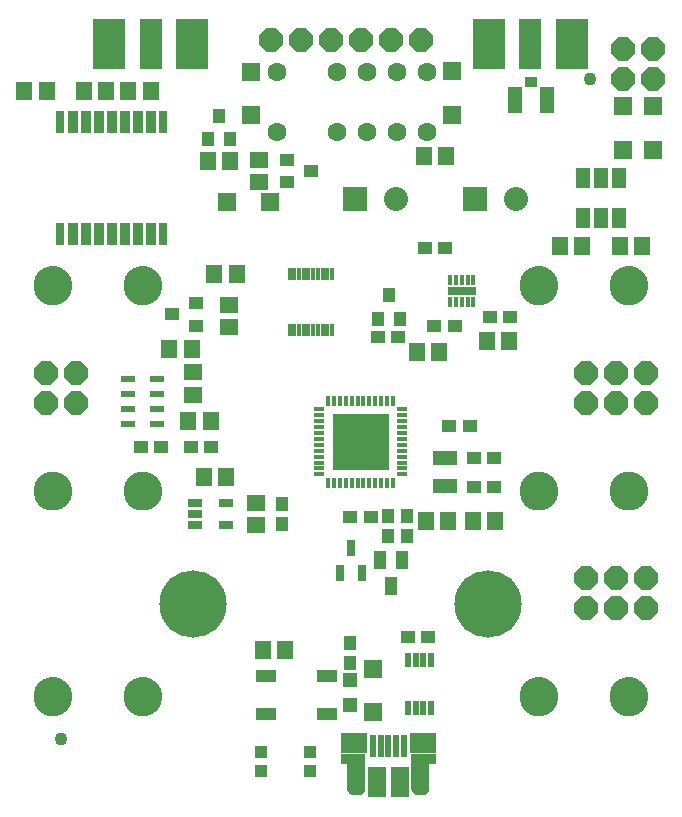
<source format=gbr>
G04 EAGLE Gerber X2 export*
%TF.Part,Single*%
%TF.FileFunction,Soldermask,Top,1*%
%TF.FilePolarity,Negative*%
%TF.GenerationSoftware,Autodesk,EAGLE,9.2.2*%
%TF.CreationDate,2019-01-17T14:04:39Z*%
G75*
%MOMM*%
%FSLAX34Y34*%
%LPD*%
%INSoldermask Top*%
%AMOC8*
5,1,8,0,0,1.08239X$1,22.5*%
G01*
%ADD10R,1.341600X1.601600*%
%ADD11R,1.101600X1.201600*%
%ADD12R,1.601600X1.341600*%
%ADD13R,1.201600X1.101600*%
%ADD14R,1.301600X0.651600*%
%ADD15R,1.501600X1.501600*%
%ADD16R,0.851600X0.351600*%
%ADD17R,0.351600X0.851600*%
%ADD18R,4.801600X4.801600*%
%ADD19R,2.001600X1.201600*%
%ADD20R,1.301600X1.101600*%
%ADD21R,1.301600X0.601600*%
%ADD22R,0.331600X1.031600*%
%ADD23P,2.199416X8X112.500000*%
%ADD24P,2.199416X8X292.500000*%
%ADD25C,5.689600*%
%ADD26C,2.032000*%
%ADD27R,2.032000X2.032000*%
%ADD28R,0.355600X0.812800*%
%ADD29R,2.489200X0.736600*%
%ADD30R,1.001600X1.101600*%
%ADD31R,2.197100X1.663700*%
%ADD32R,1.526541X2.601594*%
%ADD33R,0.501600X1.851600*%
%ADD34C,1.101600*%
%ADD35R,1.270000X1.701800*%
%ADD36R,0.660400X1.371600*%
%ADD37C,2.413000*%
%ADD38R,1.151600X2.301600*%
%ADD39R,1.101600X0.901600*%
%ADD40R,0.901600X1.901600*%
%ADD41R,0.801600X1.901600*%
%ADD42R,1.879600X4.292600*%
%ADD43R,2.768600X4.292600*%
%ADD44R,1.752600X1.101600*%
%ADD45R,0.501600X1.301600*%
%ADD46R,1.301600X1.301600*%
%ADD47C,1.601600*%
%ADD48R,1.101600X1.301600*%
%ADD49P,2.199416X8X22.500000*%
%ADD50R,1.101600X1.501600*%

G36*
X303679Y3816D02*
X303679Y3816D01*
X303710Y3814D01*
X304780Y3964D01*
X304812Y3976D01*
X304863Y3985D01*
X305873Y4369D01*
X305902Y4388D01*
X305949Y4408D01*
X306849Y5007D01*
X306873Y5032D01*
X306914Y5061D01*
X307658Y5846D01*
X307665Y5857D01*
X307670Y5862D01*
X307677Y5878D01*
X307710Y5914D01*
X308260Y6844D01*
X308271Y6877D01*
X308295Y6921D01*
X308625Y7951D01*
X308628Y7985D01*
X308642Y8034D01*
X308735Y9111D01*
X308733Y9126D01*
X308736Y9144D01*
X308736Y38100D01*
X308725Y38150D01*
X308723Y38201D01*
X308705Y38233D01*
X308697Y38269D01*
X308664Y38308D01*
X308640Y38353D01*
X308610Y38374D01*
X308587Y38402D01*
X308540Y38423D01*
X308498Y38453D01*
X308456Y38461D01*
X308428Y38473D01*
X308398Y38472D01*
X308356Y38480D01*
X288671Y38480D01*
X288621Y38469D01*
X288570Y38467D01*
X288538Y38449D01*
X288502Y38441D01*
X288463Y38408D01*
X288418Y38384D01*
X288397Y38354D01*
X288369Y38331D01*
X288348Y38284D01*
X288318Y38242D01*
X288310Y38200D01*
X288298Y38172D01*
X288299Y38142D01*
X288291Y38100D01*
X288291Y29845D01*
X288302Y29795D01*
X288304Y29744D01*
X288322Y29712D01*
X288330Y29676D01*
X288363Y29637D01*
X288387Y29592D01*
X288417Y29571D01*
X288440Y29543D01*
X288487Y29522D01*
X288529Y29492D01*
X288571Y29484D01*
X288599Y29472D01*
X288629Y29473D01*
X288671Y29465D01*
X293625Y29465D01*
X293625Y9144D01*
X293628Y9132D01*
X293626Y9117D01*
X293703Y8052D01*
X293713Y8019D01*
X293718Y7968D01*
X294030Y6948D01*
X294048Y6918D01*
X294064Y6869D01*
X294595Y5944D01*
X294619Y5919D01*
X294646Y5875D01*
X295370Y5091D01*
X295398Y5072D01*
X295434Y5035D01*
X296315Y4432D01*
X296347Y4419D01*
X296390Y4392D01*
X297382Y3999D01*
X297416Y3994D01*
X297464Y3977D01*
X298519Y3815D01*
X298544Y3817D01*
X298577Y3811D01*
X303657Y3811D01*
X303679Y3816D01*
G37*
G36*
X358037Y3816D02*
X358037Y3816D01*
X358071Y3815D01*
X359126Y3977D01*
X359158Y3990D01*
X359208Y3999D01*
X360200Y4392D01*
X360229Y4411D01*
X360276Y4432D01*
X361156Y5035D01*
X361179Y5061D01*
X361220Y5091D01*
X361944Y5875D01*
X361961Y5905D01*
X361995Y5944D01*
X362526Y6869D01*
X362536Y6902D01*
X362560Y6948D01*
X362872Y7968D01*
X362874Y8003D01*
X362887Y8052D01*
X362964Y9117D01*
X362962Y9129D01*
X362965Y9144D01*
X362965Y29465D01*
X367919Y29465D01*
X367969Y29476D01*
X368020Y29478D01*
X368052Y29496D01*
X368088Y29504D01*
X368127Y29537D01*
X368172Y29561D01*
X368193Y29591D01*
X368221Y29614D01*
X368242Y29661D01*
X368272Y29703D01*
X368280Y29745D01*
X368292Y29773D01*
X368291Y29803D01*
X368299Y29845D01*
X368299Y38100D01*
X368288Y38150D01*
X368286Y38201D01*
X368268Y38233D01*
X368260Y38269D01*
X368227Y38308D01*
X368203Y38353D01*
X368173Y38374D01*
X368150Y38402D01*
X368103Y38423D01*
X368061Y38453D01*
X368019Y38461D01*
X367991Y38473D01*
X367961Y38472D01*
X367919Y38480D01*
X348234Y38480D01*
X348184Y38469D01*
X348133Y38467D01*
X348101Y38449D01*
X348065Y38441D01*
X348026Y38408D01*
X347981Y38384D01*
X347960Y38354D01*
X347932Y38331D01*
X347911Y38284D01*
X347881Y38242D01*
X347873Y38200D01*
X347861Y38172D01*
X347862Y38142D01*
X347854Y38100D01*
X347854Y9144D01*
X347857Y9130D01*
X347855Y9111D01*
X347948Y8034D01*
X347959Y8002D01*
X347965Y7951D01*
X348295Y6921D01*
X348312Y6892D01*
X348330Y6844D01*
X348881Y5914D01*
X348904Y5889D01*
X348932Y5846D01*
X349676Y5061D01*
X349705Y5042D01*
X349741Y5007D01*
X350641Y4408D01*
X350673Y4395D01*
X350717Y4369D01*
X351727Y3985D01*
X351762Y3980D01*
X351810Y3964D01*
X352881Y3814D01*
X352903Y3817D01*
X352933Y3811D01*
X358013Y3811D01*
X358037Y3816D01*
G37*
D10*
X172110Y273050D03*
X191110Y273050D03*
D11*
X238125Y250118D03*
X238125Y233118D03*
D12*
X215900Y251118D03*
X215900Y232118D03*
D13*
X380120Y315913D03*
X397120Y315913D03*
D14*
X164799Y251118D03*
X164799Y241618D03*
X164799Y232118D03*
X190801Y232118D03*
X190801Y251118D03*
D15*
X228368Y505778D03*
X191368Y505778D03*
D16*
X339550Y275078D03*
X339550Y280078D03*
X339550Y285078D03*
X339550Y290078D03*
X339550Y295078D03*
X339550Y300078D03*
X339550Y305078D03*
X339550Y310078D03*
X339550Y315078D03*
X339550Y320078D03*
X339550Y325078D03*
D17*
X332300Y337328D03*
X327300Y337328D03*
X322300Y337328D03*
X317300Y337328D03*
X312300Y337328D03*
X307300Y337328D03*
X302300Y337328D03*
X297300Y337328D03*
X292300Y337328D03*
X287300Y337328D03*
X282300Y337328D03*
D16*
X270050Y330078D03*
X270050Y325078D03*
X270050Y320078D03*
X270050Y315078D03*
X270050Y310078D03*
X270050Y305078D03*
X270050Y300078D03*
X270050Y295078D03*
X270050Y290078D03*
X270050Y285078D03*
X270050Y280078D03*
D17*
X277300Y267828D03*
X282300Y267828D03*
X287300Y267828D03*
X292300Y267828D03*
X297300Y267828D03*
X302300Y267828D03*
X307300Y267828D03*
X312300Y267828D03*
X317300Y267828D03*
X322300Y267828D03*
X327300Y267828D03*
D18*
X304800Y302578D03*
D16*
X339550Y330078D03*
D17*
X277300Y337328D03*
D16*
X270050Y275078D03*
D17*
X332300Y267828D03*
D13*
X313300Y239078D03*
X296300Y239078D03*
X401075Y264478D03*
X418075Y264478D03*
X401075Y289243D03*
X418075Y289243D03*
D19*
X376555Y265178D03*
X376555Y289178D03*
D10*
X371450Y378778D03*
X352450Y378778D03*
X142900Y381318D03*
X161900Y381318D03*
X181000Y444818D03*
X200000Y444818D03*
D20*
X145575Y410528D03*
X165575Y420028D03*
X165575Y401028D03*
D12*
X193675Y418758D03*
X193675Y399758D03*
D21*
X132333Y318118D03*
X132333Y330618D03*
X132333Y343118D03*
X132333Y355618D03*
X108333Y318118D03*
X108333Y330618D03*
X108333Y343118D03*
X108333Y355618D03*
D22*
X280712Y444368D03*
X280712Y397668D03*
X276712Y444368D03*
X276712Y397668D03*
X272712Y444368D03*
X272712Y397668D03*
X268712Y444368D03*
X268712Y397668D03*
X264712Y444368D03*
X264712Y397668D03*
X260712Y444368D03*
X260712Y397668D03*
X256712Y444368D03*
X256712Y397668D03*
X252712Y444368D03*
X252712Y397668D03*
X248712Y444368D03*
X248712Y397668D03*
X244712Y444368D03*
X244712Y397668D03*
D23*
X63500Y360680D03*
X38100Y360680D03*
D24*
X38100Y335280D03*
X63500Y335280D03*
D12*
X162560Y361608D03*
X162560Y342608D03*
D23*
X495300Y187008D03*
X520700Y187008D03*
D25*
X162712Y165011D03*
X412699Y165011D03*
D26*
X335001Y508318D03*
D27*
X299999Y508318D03*
D26*
X436601Y508318D03*
D27*
X401599Y508318D03*
D24*
X546100Y360998D03*
X520700Y360998D03*
D23*
X495300Y335598D03*
D24*
X495300Y360998D03*
D23*
X520700Y335598D03*
X546100Y335598D03*
D28*
X380619Y420815D03*
X385445Y420815D03*
X390525Y420815D03*
X395605Y420815D03*
X400431Y420815D03*
X400431Y439611D03*
X395605Y439611D03*
X390525Y439611D03*
X385445Y439611D03*
X380619Y439611D03*
D29*
X390525Y430213D03*
D13*
X367420Y401003D03*
X384420Y401003D03*
D10*
X473735Y468630D03*
X492735Y468630D03*
D13*
X359165Y467043D03*
X376165Y467043D03*
D10*
X411823Y387985D03*
X430823Y387985D03*
X358483Y544513D03*
X377483Y544513D03*
D30*
X220800Y23750D03*
X220800Y39750D03*
X261800Y39750D03*
X261800Y23750D03*
D31*
X299276Y47308D03*
X357315Y47308D03*
D32*
X318670Y14500D03*
X337920Y14500D03*
D33*
X328295Y45250D03*
X321795Y45250D03*
X341295Y45250D03*
X334795Y45250D03*
X315295Y45250D03*
D34*
X50800Y50800D03*
X499364Y609600D03*
D13*
X136135Y298450D03*
X119135Y298450D03*
X161045Y298450D03*
X178045Y298450D03*
D35*
X523875Y526098D03*
X508635Y526098D03*
X493395Y526098D03*
D36*
X287465Y191834D03*
X306261Y191834D03*
X296863Y212662D03*
D37*
X39799Y435293D02*
X39801Y435419D01*
X39807Y435545D01*
X39817Y435671D01*
X39831Y435796D01*
X39848Y435921D01*
X39870Y436046D01*
X39896Y436169D01*
X39925Y436292D01*
X39958Y436413D01*
X39996Y436534D01*
X40036Y436653D01*
X40081Y436771D01*
X40129Y436888D01*
X40181Y437003D01*
X40237Y437116D01*
X40296Y437228D01*
X40358Y437337D01*
X40424Y437445D01*
X40493Y437550D01*
X40566Y437654D01*
X40642Y437754D01*
X40721Y437853D01*
X40803Y437949D01*
X40887Y438042D01*
X40975Y438133D01*
X41066Y438221D01*
X41159Y438305D01*
X41255Y438387D01*
X41354Y438466D01*
X41454Y438542D01*
X41558Y438615D01*
X41663Y438684D01*
X41771Y438750D01*
X41880Y438812D01*
X41992Y438871D01*
X42105Y438927D01*
X42220Y438979D01*
X42337Y439027D01*
X42455Y439072D01*
X42574Y439112D01*
X42695Y439150D01*
X42816Y439183D01*
X42939Y439212D01*
X43062Y439238D01*
X43187Y439260D01*
X43312Y439277D01*
X43437Y439291D01*
X43563Y439301D01*
X43689Y439307D01*
X43815Y439309D01*
X43941Y439307D01*
X44067Y439301D01*
X44193Y439291D01*
X44318Y439277D01*
X44443Y439260D01*
X44568Y439238D01*
X44691Y439212D01*
X44814Y439183D01*
X44935Y439150D01*
X45056Y439112D01*
X45175Y439072D01*
X45293Y439027D01*
X45410Y438979D01*
X45525Y438927D01*
X45638Y438871D01*
X45750Y438812D01*
X45859Y438750D01*
X45967Y438684D01*
X46072Y438615D01*
X46176Y438542D01*
X46276Y438466D01*
X46375Y438387D01*
X46471Y438305D01*
X46564Y438221D01*
X46655Y438133D01*
X46743Y438042D01*
X46827Y437949D01*
X46909Y437853D01*
X46988Y437754D01*
X47064Y437654D01*
X47137Y437550D01*
X47206Y437445D01*
X47272Y437337D01*
X47334Y437228D01*
X47393Y437116D01*
X47449Y437003D01*
X47501Y436888D01*
X47549Y436771D01*
X47594Y436653D01*
X47634Y436534D01*
X47672Y436413D01*
X47705Y436292D01*
X47734Y436169D01*
X47760Y436046D01*
X47782Y435921D01*
X47799Y435796D01*
X47813Y435671D01*
X47823Y435545D01*
X47829Y435419D01*
X47831Y435293D01*
X47829Y435167D01*
X47823Y435041D01*
X47813Y434915D01*
X47799Y434790D01*
X47782Y434665D01*
X47760Y434540D01*
X47734Y434417D01*
X47705Y434294D01*
X47672Y434173D01*
X47634Y434052D01*
X47594Y433933D01*
X47549Y433815D01*
X47501Y433698D01*
X47449Y433583D01*
X47393Y433470D01*
X47334Y433358D01*
X47272Y433249D01*
X47206Y433141D01*
X47137Y433036D01*
X47064Y432932D01*
X46988Y432832D01*
X46909Y432733D01*
X46827Y432637D01*
X46743Y432544D01*
X46655Y432453D01*
X46564Y432365D01*
X46471Y432281D01*
X46375Y432199D01*
X46276Y432120D01*
X46176Y432044D01*
X46072Y431971D01*
X45967Y431902D01*
X45859Y431836D01*
X45750Y431774D01*
X45638Y431715D01*
X45525Y431659D01*
X45410Y431607D01*
X45293Y431559D01*
X45175Y431514D01*
X45056Y431474D01*
X44935Y431436D01*
X44814Y431403D01*
X44691Y431374D01*
X44568Y431348D01*
X44443Y431326D01*
X44318Y431309D01*
X44193Y431295D01*
X44067Y431285D01*
X43941Y431279D01*
X43815Y431277D01*
X43689Y431279D01*
X43563Y431285D01*
X43437Y431295D01*
X43312Y431309D01*
X43187Y431326D01*
X43062Y431348D01*
X42939Y431374D01*
X42816Y431403D01*
X42695Y431436D01*
X42574Y431474D01*
X42455Y431514D01*
X42337Y431559D01*
X42220Y431607D01*
X42105Y431659D01*
X41992Y431715D01*
X41880Y431774D01*
X41771Y431836D01*
X41663Y431902D01*
X41558Y431971D01*
X41454Y432044D01*
X41354Y432120D01*
X41255Y432199D01*
X41159Y432281D01*
X41066Y432365D01*
X40975Y432453D01*
X40887Y432544D01*
X40803Y432637D01*
X40721Y432733D01*
X40642Y432832D01*
X40566Y432932D01*
X40493Y433036D01*
X40424Y433141D01*
X40358Y433249D01*
X40296Y433358D01*
X40237Y433470D01*
X40181Y433583D01*
X40129Y433698D01*
X40081Y433815D01*
X40036Y433933D01*
X39996Y434052D01*
X39958Y434173D01*
X39925Y434294D01*
X39896Y434417D01*
X39870Y434540D01*
X39848Y434665D01*
X39831Y434790D01*
X39817Y434915D01*
X39807Y435041D01*
X39801Y435167D01*
X39799Y435293D01*
X115999Y435293D02*
X116001Y435419D01*
X116007Y435545D01*
X116017Y435671D01*
X116031Y435796D01*
X116048Y435921D01*
X116070Y436046D01*
X116096Y436169D01*
X116125Y436292D01*
X116158Y436413D01*
X116196Y436534D01*
X116236Y436653D01*
X116281Y436771D01*
X116329Y436888D01*
X116381Y437003D01*
X116437Y437116D01*
X116496Y437228D01*
X116558Y437337D01*
X116624Y437445D01*
X116693Y437550D01*
X116766Y437654D01*
X116842Y437754D01*
X116921Y437853D01*
X117003Y437949D01*
X117087Y438042D01*
X117175Y438133D01*
X117266Y438221D01*
X117359Y438305D01*
X117455Y438387D01*
X117554Y438466D01*
X117654Y438542D01*
X117758Y438615D01*
X117863Y438684D01*
X117971Y438750D01*
X118080Y438812D01*
X118192Y438871D01*
X118305Y438927D01*
X118420Y438979D01*
X118537Y439027D01*
X118655Y439072D01*
X118774Y439112D01*
X118895Y439150D01*
X119016Y439183D01*
X119139Y439212D01*
X119262Y439238D01*
X119387Y439260D01*
X119512Y439277D01*
X119637Y439291D01*
X119763Y439301D01*
X119889Y439307D01*
X120015Y439309D01*
X120141Y439307D01*
X120267Y439301D01*
X120393Y439291D01*
X120518Y439277D01*
X120643Y439260D01*
X120768Y439238D01*
X120891Y439212D01*
X121014Y439183D01*
X121135Y439150D01*
X121256Y439112D01*
X121375Y439072D01*
X121493Y439027D01*
X121610Y438979D01*
X121725Y438927D01*
X121838Y438871D01*
X121950Y438812D01*
X122059Y438750D01*
X122167Y438684D01*
X122272Y438615D01*
X122376Y438542D01*
X122476Y438466D01*
X122575Y438387D01*
X122671Y438305D01*
X122764Y438221D01*
X122855Y438133D01*
X122943Y438042D01*
X123027Y437949D01*
X123109Y437853D01*
X123188Y437754D01*
X123264Y437654D01*
X123337Y437550D01*
X123406Y437445D01*
X123472Y437337D01*
X123534Y437228D01*
X123593Y437116D01*
X123649Y437003D01*
X123701Y436888D01*
X123749Y436771D01*
X123794Y436653D01*
X123834Y436534D01*
X123872Y436413D01*
X123905Y436292D01*
X123934Y436169D01*
X123960Y436046D01*
X123982Y435921D01*
X123999Y435796D01*
X124013Y435671D01*
X124023Y435545D01*
X124029Y435419D01*
X124031Y435293D01*
X124029Y435167D01*
X124023Y435041D01*
X124013Y434915D01*
X123999Y434790D01*
X123982Y434665D01*
X123960Y434540D01*
X123934Y434417D01*
X123905Y434294D01*
X123872Y434173D01*
X123834Y434052D01*
X123794Y433933D01*
X123749Y433815D01*
X123701Y433698D01*
X123649Y433583D01*
X123593Y433470D01*
X123534Y433358D01*
X123472Y433249D01*
X123406Y433141D01*
X123337Y433036D01*
X123264Y432932D01*
X123188Y432832D01*
X123109Y432733D01*
X123027Y432637D01*
X122943Y432544D01*
X122855Y432453D01*
X122764Y432365D01*
X122671Y432281D01*
X122575Y432199D01*
X122476Y432120D01*
X122376Y432044D01*
X122272Y431971D01*
X122167Y431902D01*
X122059Y431836D01*
X121950Y431774D01*
X121838Y431715D01*
X121725Y431659D01*
X121610Y431607D01*
X121493Y431559D01*
X121375Y431514D01*
X121256Y431474D01*
X121135Y431436D01*
X121014Y431403D01*
X120891Y431374D01*
X120768Y431348D01*
X120643Y431326D01*
X120518Y431309D01*
X120393Y431295D01*
X120267Y431285D01*
X120141Y431279D01*
X120015Y431277D01*
X119889Y431279D01*
X119763Y431285D01*
X119637Y431295D01*
X119512Y431309D01*
X119387Y431326D01*
X119262Y431348D01*
X119139Y431374D01*
X119016Y431403D01*
X118895Y431436D01*
X118774Y431474D01*
X118655Y431514D01*
X118537Y431559D01*
X118420Y431607D01*
X118305Y431659D01*
X118192Y431715D01*
X118080Y431774D01*
X117971Y431836D01*
X117863Y431902D01*
X117758Y431971D01*
X117654Y432044D01*
X117554Y432120D01*
X117455Y432199D01*
X117359Y432281D01*
X117266Y432365D01*
X117175Y432453D01*
X117087Y432544D01*
X117003Y432637D01*
X116921Y432733D01*
X116842Y432832D01*
X116766Y432932D01*
X116693Y433036D01*
X116624Y433141D01*
X116558Y433249D01*
X116496Y433358D01*
X116437Y433470D01*
X116381Y433583D01*
X116329Y433698D01*
X116281Y433815D01*
X116236Y433933D01*
X116196Y434052D01*
X116158Y434173D01*
X116125Y434294D01*
X116096Y434417D01*
X116070Y434540D01*
X116048Y434665D01*
X116031Y434790D01*
X116017Y434915D01*
X116007Y435041D01*
X116001Y435167D01*
X115999Y435293D01*
X451279Y435293D02*
X451281Y435419D01*
X451287Y435545D01*
X451297Y435671D01*
X451311Y435796D01*
X451328Y435921D01*
X451350Y436046D01*
X451376Y436169D01*
X451405Y436292D01*
X451438Y436413D01*
X451476Y436534D01*
X451516Y436653D01*
X451561Y436771D01*
X451609Y436888D01*
X451661Y437003D01*
X451717Y437116D01*
X451776Y437228D01*
X451838Y437337D01*
X451904Y437445D01*
X451973Y437550D01*
X452046Y437654D01*
X452122Y437754D01*
X452201Y437853D01*
X452283Y437949D01*
X452367Y438042D01*
X452455Y438133D01*
X452546Y438221D01*
X452639Y438305D01*
X452735Y438387D01*
X452834Y438466D01*
X452934Y438542D01*
X453038Y438615D01*
X453143Y438684D01*
X453251Y438750D01*
X453360Y438812D01*
X453472Y438871D01*
X453585Y438927D01*
X453700Y438979D01*
X453817Y439027D01*
X453935Y439072D01*
X454054Y439112D01*
X454175Y439150D01*
X454296Y439183D01*
X454419Y439212D01*
X454542Y439238D01*
X454667Y439260D01*
X454792Y439277D01*
X454917Y439291D01*
X455043Y439301D01*
X455169Y439307D01*
X455295Y439309D01*
X455421Y439307D01*
X455547Y439301D01*
X455673Y439291D01*
X455798Y439277D01*
X455923Y439260D01*
X456048Y439238D01*
X456171Y439212D01*
X456294Y439183D01*
X456415Y439150D01*
X456536Y439112D01*
X456655Y439072D01*
X456773Y439027D01*
X456890Y438979D01*
X457005Y438927D01*
X457118Y438871D01*
X457230Y438812D01*
X457339Y438750D01*
X457447Y438684D01*
X457552Y438615D01*
X457656Y438542D01*
X457756Y438466D01*
X457855Y438387D01*
X457951Y438305D01*
X458044Y438221D01*
X458135Y438133D01*
X458223Y438042D01*
X458307Y437949D01*
X458389Y437853D01*
X458468Y437754D01*
X458544Y437654D01*
X458617Y437550D01*
X458686Y437445D01*
X458752Y437337D01*
X458814Y437228D01*
X458873Y437116D01*
X458929Y437003D01*
X458981Y436888D01*
X459029Y436771D01*
X459074Y436653D01*
X459114Y436534D01*
X459152Y436413D01*
X459185Y436292D01*
X459214Y436169D01*
X459240Y436046D01*
X459262Y435921D01*
X459279Y435796D01*
X459293Y435671D01*
X459303Y435545D01*
X459309Y435419D01*
X459311Y435293D01*
X459309Y435167D01*
X459303Y435041D01*
X459293Y434915D01*
X459279Y434790D01*
X459262Y434665D01*
X459240Y434540D01*
X459214Y434417D01*
X459185Y434294D01*
X459152Y434173D01*
X459114Y434052D01*
X459074Y433933D01*
X459029Y433815D01*
X458981Y433698D01*
X458929Y433583D01*
X458873Y433470D01*
X458814Y433358D01*
X458752Y433249D01*
X458686Y433141D01*
X458617Y433036D01*
X458544Y432932D01*
X458468Y432832D01*
X458389Y432733D01*
X458307Y432637D01*
X458223Y432544D01*
X458135Y432453D01*
X458044Y432365D01*
X457951Y432281D01*
X457855Y432199D01*
X457756Y432120D01*
X457656Y432044D01*
X457552Y431971D01*
X457447Y431902D01*
X457339Y431836D01*
X457230Y431774D01*
X457118Y431715D01*
X457005Y431659D01*
X456890Y431607D01*
X456773Y431559D01*
X456655Y431514D01*
X456536Y431474D01*
X456415Y431436D01*
X456294Y431403D01*
X456171Y431374D01*
X456048Y431348D01*
X455923Y431326D01*
X455798Y431309D01*
X455673Y431295D01*
X455547Y431285D01*
X455421Y431279D01*
X455295Y431277D01*
X455169Y431279D01*
X455043Y431285D01*
X454917Y431295D01*
X454792Y431309D01*
X454667Y431326D01*
X454542Y431348D01*
X454419Y431374D01*
X454296Y431403D01*
X454175Y431436D01*
X454054Y431474D01*
X453935Y431514D01*
X453817Y431559D01*
X453700Y431607D01*
X453585Y431659D01*
X453472Y431715D01*
X453360Y431774D01*
X453251Y431836D01*
X453143Y431902D01*
X453038Y431971D01*
X452934Y432044D01*
X452834Y432120D01*
X452735Y432199D01*
X452639Y432281D01*
X452546Y432365D01*
X452455Y432453D01*
X452367Y432544D01*
X452283Y432637D01*
X452201Y432733D01*
X452122Y432832D01*
X452046Y432932D01*
X451973Y433036D01*
X451904Y433141D01*
X451838Y433249D01*
X451776Y433358D01*
X451717Y433470D01*
X451661Y433583D01*
X451609Y433698D01*
X451561Y433815D01*
X451516Y433933D01*
X451476Y434052D01*
X451438Y434173D01*
X451405Y434294D01*
X451376Y434417D01*
X451350Y434540D01*
X451328Y434665D01*
X451311Y434790D01*
X451297Y434915D01*
X451287Y435041D01*
X451281Y435167D01*
X451279Y435293D01*
X527479Y435293D02*
X527481Y435419D01*
X527487Y435545D01*
X527497Y435671D01*
X527511Y435796D01*
X527528Y435921D01*
X527550Y436046D01*
X527576Y436169D01*
X527605Y436292D01*
X527638Y436413D01*
X527676Y436534D01*
X527716Y436653D01*
X527761Y436771D01*
X527809Y436888D01*
X527861Y437003D01*
X527917Y437116D01*
X527976Y437228D01*
X528038Y437337D01*
X528104Y437445D01*
X528173Y437550D01*
X528246Y437654D01*
X528322Y437754D01*
X528401Y437853D01*
X528483Y437949D01*
X528567Y438042D01*
X528655Y438133D01*
X528746Y438221D01*
X528839Y438305D01*
X528935Y438387D01*
X529034Y438466D01*
X529134Y438542D01*
X529238Y438615D01*
X529343Y438684D01*
X529451Y438750D01*
X529560Y438812D01*
X529672Y438871D01*
X529785Y438927D01*
X529900Y438979D01*
X530017Y439027D01*
X530135Y439072D01*
X530254Y439112D01*
X530375Y439150D01*
X530496Y439183D01*
X530619Y439212D01*
X530742Y439238D01*
X530867Y439260D01*
X530992Y439277D01*
X531117Y439291D01*
X531243Y439301D01*
X531369Y439307D01*
X531495Y439309D01*
X531621Y439307D01*
X531747Y439301D01*
X531873Y439291D01*
X531998Y439277D01*
X532123Y439260D01*
X532248Y439238D01*
X532371Y439212D01*
X532494Y439183D01*
X532615Y439150D01*
X532736Y439112D01*
X532855Y439072D01*
X532973Y439027D01*
X533090Y438979D01*
X533205Y438927D01*
X533318Y438871D01*
X533430Y438812D01*
X533539Y438750D01*
X533647Y438684D01*
X533752Y438615D01*
X533856Y438542D01*
X533956Y438466D01*
X534055Y438387D01*
X534151Y438305D01*
X534244Y438221D01*
X534335Y438133D01*
X534423Y438042D01*
X534507Y437949D01*
X534589Y437853D01*
X534668Y437754D01*
X534744Y437654D01*
X534817Y437550D01*
X534886Y437445D01*
X534952Y437337D01*
X535014Y437228D01*
X535073Y437116D01*
X535129Y437003D01*
X535181Y436888D01*
X535229Y436771D01*
X535274Y436653D01*
X535314Y436534D01*
X535352Y436413D01*
X535385Y436292D01*
X535414Y436169D01*
X535440Y436046D01*
X535462Y435921D01*
X535479Y435796D01*
X535493Y435671D01*
X535503Y435545D01*
X535509Y435419D01*
X535511Y435293D01*
X535509Y435167D01*
X535503Y435041D01*
X535493Y434915D01*
X535479Y434790D01*
X535462Y434665D01*
X535440Y434540D01*
X535414Y434417D01*
X535385Y434294D01*
X535352Y434173D01*
X535314Y434052D01*
X535274Y433933D01*
X535229Y433815D01*
X535181Y433698D01*
X535129Y433583D01*
X535073Y433470D01*
X535014Y433358D01*
X534952Y433249D01*
X534886Y433141D01*
X534817Y433036D01*
X534744Y432932D01*
X534668Y432832D01*
X534589Y432733D01*
X534507Y432637D01*
X534423Y432544D01*
X534335Y432453D01*
X534244Y432365D01*
X534151Y432281D01*
X534055Y432199D01*
X533956Y432120D01*
X533856Y432044D01*
X533752Y431971D01*
X533647Y431902D01*
X533539Y431836D01*
X533430Y431774D01*
X533318Y431715D01*
X533205Y431659D01*
X533090Y431607D01*
X532973Y431559D01*
X532855Y431514D01*
X532736Y431474D01*
X532615Y431436D01*
X532494Y431403D01*
X532371Y431374D01*
X532248Y431348D01*
X532123Y431326D01*
X531998Y431309D01*
X531873Y431295D01*
X531747Y431285D01*
X531621Y431279D01*
X531495Y431277D01*
X531369Y431279D01*
X531243Y431285D01*
X531117Y431295D01*
X530992Y431309D01*
X530867Y431326D01*
X530742Y431348D01*
X530619Y431374D01*
X530496Y431403D01*
X530375Y431436D01*
X530254Y431474D01*
X530135Y431514D01*
X530017Y431559D01*
X529900Y431607D01*
X529785Y431659D01*
X529672Y431715D01*
X529560Y431774D01*
X529451Y431836D01*
X529343Y431902D01*
X529238Y431971D01*
X529134Y432044D01*
X529034Y432120D01*
X528935Y432199D01*
X528839Y432281D01*
X528746Y432365D01*
X528655Y432453D01*
X528567Y432544D01*
X528483Y432637D01*
X528401Y432733D01*
X528322Y432832D01*
X528246Y432932D01*
X528173Y433036D01*
X528104Y433141D01*
X528038Y433249D01*
X527976Y433358D01*
X527917Y433470D01*
X527861Y433583D01*
X527809Y433698D01*
X527761Y433815D01*
X527716Y433933D01*
X527676Y434052D01*
X527638Y434173D01*
X527605Y434294D01*
X527576Y434417D01*
X527550Y434540D01*
X527528Y434665D01*
X527511Y434790D01*
X527497Y434915D01*
X527487Y435041D01*
X527481Y435167D01*
X527479Y435293D01*
X527479Y261303D02*
X527481Y261429D01*
X527487Y261555D01*
X527497Y261681D01*
X527511Y261806D01*
X527528Y261931D01*
X527550Y262056D01*
X527576Y262179D01*
X527605Y262302D01*
X527638Y262423D01*
X527676Y262544D01*
X527716Y262663D01*
X527761Y262781D01*
X527809Y262898D01*
X527861Y263013D01*
X527917Y263126D01*
X527976Y263238D01*
X528038Y263347D01*
X528104Y263455D01*
X528173Y263560D01*
X528246Y263664D01*
X528322Y263764D01*
X528401Y263863D01*
X528483Y263959D01*
X528567Y264052D01*
X528655Y264143D01*
X528746Y264231D01*
X528839Y264315D01*
X528935Y264397D01*
X529034Y264476D01*
X529134Y264552D01*
X529238Y264625D01*
X529343Y264694D01*
X529451Y264760D01*
X529560Y264822D01*
X529672Y264881D01*
X529785Y264937D01*
X529900Y264989D01*
X530017Y265037D01*
X530135Y265082D01*
X530254Y265122D01*
X530375Y265160D01*
X530496Y265193D01*
X530619Y265222D01*
X530742Y265248D01*
X530867Y265270D01*
X530992Y265287D01*
X531117Y265301D01*
X531243Y265311D01*
X531369Y265317D01*
X531495Y265319D01*
X531621Y265317D01*
X531747Y265311D01*
X531873Y265301D01*
X531998Y265287D01*
X532123Y265270D01*
X532248Y265248D01*
X532371Y265222D01*
X532494Y265193D01*
X532615Y265160D01*
X532736Y265122D01*
X532855Y265082D01*
X532973Y265037D01*
X533090Y264989D01*
X533205Y264937D01*
X533318Y264881D01*
X533430Y264822D01*
X533539Y264760D01*
X533647Y264694D01*
X533752Y264625D01*
X533856Y264552D01*
X533956Y264476D01*
X534055Y264397D01*
X534151Y264315D01*
X534244Y264231D01*
X534335Y264143D01*
X534423Y264052D01*
X534507Y263959D01*
X534589Y263863D01*
X534668Y263764D01*
X534744Y263664D01*
X534817Y263560D01*
X534886Y263455D01*
X534952Y263347D01*
X535014Y263238D01*
X535073Y263126D01*
X535129Y263013D01*
X535181Y262898D01*
X535229Y262781D01*
X535274Y262663D01*
X535314Y262544D01*
X535352Y262423D01*
X535385Y262302D01*
X535414Y262179D01*
X535440Y262056D01*
X535462Y261931D01*
X535479Y261806D01*
X535493Y261681D01*
X535503Y261555D01*
X535509Y261429D01*
X535511Y261303D01*
X535509Y261177D01*
X535503Y261051D01*
X535493Y260925D01*
X535479Y260800D01*
X535462Y260675D01*
X535440Y260550D01*
X535414Y260427D01*
X535385Y260304D01*
X535352Y260183D01*
X535314Y260062D01*
X535274Y259943D01*
X535229Y259825D01*
X535181Y259708D01*
X535129Y259593D01*
X535073Y259480D01*
X535014Y259368D01*
X534952Y259259D01*
X534886Y259151D01*
X534817Y259046D01*
X534744Y258942D01*
X534668Y258842D01*
X534589Y258743D01*
X534507Y258647D01*
X534423Y258554D01*
X534335Y258463D01*
X534244Y258375D01*
X534151Y258291D01*
X534055Y258209D01*
X533956Y258130D01*
X533856Y258054D01*
X533752Y257981D01*
X533647Y257912D01*
X533539Y257846D01*
X533430Y257784D01*
X533318Y257725D01*
X533205Y257669D01*
X533090Y257617D01*
X532973Y257569D01*
X532855Y257524D01*
X532736Y257484D01*
X532615Y257446D01*
X532494Y257413D01*
X532371Y257384D01*
X532248Y257358D01*
X532123Y257336D01*
X531998Y257319D01*
X531873Y257305D01*
X531747Y257295D01*
X531621Y257289D01*
X531495Y257287D01*
X531369Y257289D01*
X531243Y257295D01*
X531117Y257305D01*
X530992Y257319D01*
X530867Y257336D01*
X530742Y257358D01*
X530619Y257384D01*
X530496Y257413D01*
X530375Y257446D01*
X530254Y257484D01*
X530135Y257524D01*
X530017Y257569D01*
X529900Y257617D01*
X529785Y257669D01*
X529672Y257725D01*
X529560Y257784D01*
X529451Y257846D01*
X529343Y257912D01*
X529238Y257981D01*
X529134Y258054D01*
X529034Y258130D01*
X528935Y258209D01*
X528839Y258291D01*
X528746Y258375D01*
X528655Y258463D01*
X528567Y258554D01*
X528483Y258647D01*
X528401Y258743D01*
X528322Y258842D01*
X528246Y258942D01*
X528173Y259046D01*
X528104Y259151D01*
X528038Y259259D01*
X527976Y259368D01*
X527917Y259480D01*
X527861Y259593D01*
X527809Y259708D01*
X527761Y259825D01*
X527716Y259943D01*
X527676Y260062D01*
X527638Y260183D01*
X527605Y260304D01*
X527576Y260427D01*
X527550Y260550D01*
X527528Y260675D01*
X527511Y260800D01*
X527497Y260925D01*
X527487Y261051D01*
X527481Y261177D01*
X527479Y261303D01*
X451279Y261303D02*
X451281Y261429D01*
X451287Y261555D01*
X451297Y261681D01*
X451311Y261806D01*
X451328Y261931D01*
X451350Y262056D01*
X451376Y262179D01*
X451405Y262302D01*
X451438Y262423D01*
X451476Y262544D01*
X451516Y262663D01*
X451561Y262781D01*
X451609Y262898D01*
X451661Y263013D01*
X451717Y263126D01*
X451776Y263238D01*
X451838Y263347D01*
X451904Y263455D01*
X451973Y263560D01*
X452046Y263664D01*
X452122Y263764D01*
X452201Y263863D01*
X452283Y263959D01*
X452367Y264052D01*
X452455Y264143D01*
X452546Y264231D01*
X452639Y264315D01*
X452735Y264397D01*
X452834Y264476D01*
X452934Y264552D01*
X453038Y264625D01*
X453143Y264694D01*
X453251Y264760D01*
X453360Y264822D01*
X453472Y264881D01*
X453585Y264937D01*
X453700Y264989D01*
X453817Y265037D01*
X453935Y265082D01*
X454054Y265122D01*
X454175Y265160D01*
X454296Y265193D01*
X454419Y265222D01*
X454542Y265248D01*
X454667Y265270D01*
X454792Y265287D01*
X454917Y265301D01*
X455043Y265311D01*
X455169Y265317D01*
X455295Y265319D01*
X455421Y265317D01*
X455547Y265311D01*
X455673Y265301D01*
X455798Y265287D01*
X455923Y265270D01*
X456048Y265248D01*
X456171Y265222D01*
X456294Y265193D01*
X456415Y265160D01*
X456536Y265122D01*
X456655Y265082D01*
X456773Y265037D01*
X456890Y264989D01*
X457005Y264937D01*
X457118Y264881D01*
X457230Y264822D01*
X457339Y264760D01*
X457447Y264694D01*
X457552Y264625D01*
X457656Y264552D01*
X457756Y264476D01*
X457855Y264397D01*
X457951Y264315D01*
X458044Y264231D01*
X458135Y264143D01*
X458223Y264052D01*
X458307Y263959D01*
X458389Y263863D01*
X458468Y263764D01*
X458544Y263664D01*
X458617Y263560D01*
X458686Y263455D01*
X458752Y263347D01*
X458814Y263238D01*
X458873Y263126D01*
X458929Y263013D01*
X458981Y262898D01*
X459029Y262781D01*
X459074Y262663D01*
X459114Y262544D01*
X459152Y262423D01*
X459185Y262302D01*
X459214Y262179D01*
X459240Y262056D01*
X459262Y261931D01*
X459279Y261806D01*
X459293Y261681D01*
X459303Y261555D01*
X459309Y261429D01*
X459311Y261303D01*
X459309Y261177D01*
X459303Y261051D01*
X459293Y260925D01*
X459279Y260800D01*
X459262Y260675D01*
X459240Y260550D01*
X459214Y260427D01*
X459185Y260304D01*
X459152Y260183D01*
X459114Y260062D01*
X459074Y259943D01*
X459029Y259825D01*
X458981Y259708D01*
X458929Y259593D01*
X458873Y259480D01*
X458814Y259368D01*
X458752Y259259D01*
X458686Y259151D01*
X458617Y259046D01*
X458544Y258942D01*
X458468Y258842D01*
X458389Y258743D01*
X458307Y258647D01*
X458223Y258554D01*
X458135Y258463D01*
X458044Y258375D01*
X457951Y258291D01*
X457855Y258209D01*
X457756Y258130D01*
X457656Y258054D01*
X457552Y257981D01*
X457447Y257912D01*
X457339Y257846D01*
X457230Y257784D01*
X457118Y257725D01*
X457005Y257669D01*
X456890Y257617D01*
X456773Y257569D01*
X456655Y257524D01*
X456536Y257484D01*
X456415Y257446D01*
X456294Y257413D01*
X456171Y257384D01*
X456048Y257358D01*
X455923Y257336D01*
X455798Y257319D01*
X455673Y257305D01*
X455547Y257295D01*
X455421Y257289D01*
X455295Y257287D01*
X455169Y257289D01*
X455043Y257295D01*
X454917Y257305D01*
X454792Y257319D01*
X454667Y257336D01*
X454542Y257358D01*
X454419Y257384D01*
X454296Y257413D01*
X454175Y257446D01*
X454054Y257484D01*
X453935Y257524D01*
X453817Y257569D01*
X453700Y257617D01*
X453585Y257669D01*
X453472Y257725D01*
X453360Y257784D01*
X453251Y257846D01*
X453143Y257912D01*
X453038Y257981D01*
X452934Y258054D01*
X452834Y258130D01*
X452735Y258209D01*
X452639Y258291D01*
X452546Y258375D01*
X452455Y258463D01*
X452367Y258554D01*
X452283Y258647D01*
X452201Y258743D01*
X452122Y258842D01*
X452046Y258942D01*
X451973Y259046D01*
X451904Y259151D01*
X451838Y259259D01*
X451776Y259368D01*
X451717Y259480D01*
X451661Y259593D01*
X451609Y259708D01*
X451561Y259825D01*
X451516Y259943D01*
X451476Y260062D01*
X451438Y260183D01*
X451405Y260304D01*
X451376Y260427D01*
X451350Y260550D01*
X451328Y260675D01*
X451311Y260800D01*
X451297Y260925D01*
X451287Y261051D01*
X451281Y261177D01*
X451279Y261303D01*
X115999Y261303D02*
X116001Y261429D01*
X116007Y261555D01*
X116017Y261681D01*
X116031Y261806D01*
X116048Y261931D01*
X116070Y262056D01*
X116096Y262179D01*
X116125Y262302D01*
X116158Y262423D01*
X116196Y262544D01*
X116236Y262663D01*
X116281Y262781D01*
X116329Y262898D01*
X116381Y263013D01*
X116437Y263126D01*
X116496Y263238D01*
X116558Y263347D01*
X116624Y263455D01*
X116693Y263560D01*
X116766Y263664D01*
X116842Y263764D01*
X116921Y263863D01*
X117003Y263959D01*
X117087Y264052D01*
X117175Y264143D01*
X117266Y264231D01*
X117359Y264315D01*
X117455Y264397D01*
X117554Y264476D01*
X117654Y264552D01*
X117758Y264625D01*
X117863Y264694D01*
X117971Y264760D01*
X118080Y264822D01*
X118192Y264881D01*
X118305Y264937D01*
X118420Y264989D01*
X118537Y265037D01*
X118655Y265082D01*
X118774Y265122D01*
X118895Y265160D01*
X119016Y265193D01*
X119139Y265222D01*
X119262Y265248D01*
X119387Y265270D01*
X119512Y265287D01*
X119637Y265301D01*
X119763Y265311D01*
X119889Y265317D01*
X120015Y265319D01*
X120141Y265317D01*
X120267Y265311D01*
X120393Y265301D01*
X120518Y265287D01*
X120643Y265270D01*
X120768Y265248D01*
X120891Y265222D01*
X121014Y265193D01*
X121135Y265160D01*
X121256Y265122D01*
X121375Y265082D01*
X121493Y265037D01*
X121610Y264989D01*
X121725Y264937D01*
X121838Y264881D01*
X121950Y264822D01*
X122059Y264760D01*
X122167Y264694D01*
X122272Y264625D01*
X122376Y264552D01*
X122476Y264476D01*
X122575Y264397D01*
X122671Y264315D01*
X122764Y264231D01*
X122855Y264143D01*
X122943Y264052D01*
X123027Y263959D01*
X123109Y263863D01*
X123188Y263764D01*
X123264Y263664D01*
X123337Y263560D01*
X123406Y263455D01*
X123472Y263347D01*
X123534Y263238D01*
X123593Y263126D01*
X123649Y263013D01*
X123701Y262898D01*
X123749Y262781D01*
X123794Y262663D01*
X123834Y262544D01*
X123872Y262423D01*
X123905Y262302D01*
X123934Y262179D01*
X123960Y262056D01*
X123982Y261931D01*
X123999Y261806D01*
X124013Y261681D01*
X124023Y261555D01*
X124029Y261429D01*
X124031Y261303D01*
X124029Y261177D01*
X124023Y261051D01*
X124013Y260925D01*
X123999Y260800D01*
X123982Y260675D01*
X123960Y260550D01*
X123934Y260427D01*
X123905Y260304D01*
X123872Y260183D01*
X123834Y260062D01*
X123794Y259943D01*
X123749Y259825D01*
X123701Y259708D01*
X123649Y259593D01*
X123593Y259480D01*
X123534Y259368D01*
X123472Y259259D01*
X123406Y259151D01*
X123337Y259046D01*
X123264Y258942D01*
X123188Y258842D01*
X123109Y258743D01*
X123027Y258647D01*
X122943Y258554D01*
X122855Y258463D01*
X122764Y258375D01*
X122671Y258291D01*
X122575Y258209D01*
X122476Y258130D01*
X122376Y258054D01*
X122272Y257981D01*
X122167Y257912D01*
X122059Y257846D01*
X121950Y257784D01*
X121838Y257725D01*
X121725Y257669D01*
X121610Y257617D01*
X121493Y257569D01*
X121375Y257524D01*
X121256Y257484D01*
X121135Y257446D01*
X121014Y257413D01*
X120891Y257384D01*
X120768Y257358D01*
X120643Y257336D01*
X120518Y257319D01*
X120393Y257305D01*
X120267Y257295D01*
X120141Y257289D01*
X120015Y257287D01*
X119889Y257289D01*
X119763Y257295D01*
X119637Y257305D01*
X119512Y257319D01*
X119387Y257336D01*
X119262Y257358D01*
X119139Y257384D01*
X119016Y257413D01*
X118895Y257446D01*
X118774Y257484D01*
X118655Y257524D01*
X118537Y257569D01*
X118420Y257617D01*
X118305Y257669D01*
X118192Y257725D01*
X118080Y257784D01*
X117971Y257846D01*
X117863Y257912D01*
X117758Y257981D01*
X117654Y258054D01*
X117554Y258130D01*
X117455Y258209D01*
X117359Y258291D01*
X117266Y258375D01*
X117175Y258463D01*
X117087Y258554D01*
X117003Y258647D01*
X116921Y258743D01*
X116842Y258842D01*
X116766Y258942D01*
X116693Y259046D01*
X116624Y259151D01*
X116558Y259259D01*
X116496Y259368D01*
X116437Y259480D01*
X116381Y259593D01*
X116329Y259708D01*
X116281Y259825D01*
X116236Y259943D01*
X116196Y260062D01*
X116158Y260183D01*
X116125Y260304D01*
X116096Y260427D01*
X116070Y260550D01*
X116048Y260675D01*
X116031Y260800D01*
X116017Y260925D01*
X116007Y261051D01*
X116001Y261177D01*
X115999Y261303D01*
X39799Y261303D02*
X39801Y261429D01*
X39807Y261555D01*
X39817Y261681D01*
X39831Y261806D01*
X39848Y261931D01*
X39870Y262056D01*
X39896Y262179D01*
X39925Y262302D01*
X39958Y262423D01*
X39996Y262544D01*
X40036Y262663D01*
X40081Y262781D01*
X40129Y262898D01*
X40181Y263013D01*
X40237Y263126D01*
X40296Y263238D01*
X40358Y263347D01*
X40424Y263455D01*
X40493Y263560D01*
X40566Y263664D01*
X40642Y263764D01*
X40721Y263863D01*
X40803Y263959D01*
X40887Y264052D01*
X40975Y264143D01*
X41066Y264231D01*
X41159Y264315D01*
X41255Y264397D01*
X41354Y264476D01*
X41454Y264552D01*
X41558Y264625D01*
X41663Y264694D01*
X41771Y264760D01*
X41880Y264822D01*
X41992Y264881D01*
X42105Y264937D01*
X42220Y264989D01*
X42337Y265037D01*
X42455Y265082D01*
X42574Y265122D01*
X42695Y265160D01*
X42816Y265193D01*
X42939Y265222D01*
X43062Y265248D01*
X43187Y265270D01*
X43312Y265287D01*
X43437Y265301D01*
X43563Y265311D01*
X43689Y265317D01*
X43815Y265319D01*
X43941Y265317D01*
X44067Y265311D01*
X44193Y265301D01*
X44318Y265287D01*
X44443Y265270D01*
X44568Y265248D01*
X44691Y265222D01*
X44814Y265193D01*
X44935Y265160D01*
X45056Y265122D01*
X45175Y265082D01*
X45293Y265037D01*
X45410Y264989D01*
X45525Y264937D01*
X45638Y264881D01*
X45750Y264822D01*
X45859Y264760D01*
X45967Y264694D01*
X46072Y264625D01*
X46176Y264552D01*
X46276Y264476D01*
X46375Y264397D01*
X46471Y264315D01*
X46564Y264231D01*
X46655Y264143D01*
X46743Y264052D01*
X46827Y263959D01*
X46909Y263863D01*
X46988Y263764D01*
X47064Y263664D01*
X47137Y263560D01*
X47206Y263455D01*
X47272Y263347D01*
X47334Y263238D01*
X47393Y263126D01*
X47449Y263013D01*
X47501Y262898D01*
X47549Y262781D01*
X47594Y262663D01*
X47634Y262544D01*
X47672Y262423D01*
X47705Y262302D01*
X47734Y262179D01*
X47760Y262056D01*
X47782Y261931D01*
X47799Y261806D01*
X47813Y261681D01*
X47823Y261555D01*
X47829Y261429D01*
X47831Y261303D01*
X47829Y261177D01*
X47823Y261051D01*
X47813Y260925D01*
X47799Y260800D01*
X47782Y260675D01*
X47760Y260550D01*
X47734Y260427D01*
X47705Y260304D01*
X47672Y260183D01*
X47634Y260062D01*
X47594Y259943D01*
X47549Y259825D01*
X47501Y259708D01*
X47449Y259593D01*
X47393Y259480D01*
X47334Y259368D01*
X47272Y259259D01*
X47206Y259151D01*
X47137Y259046D01*
X47064Y258942D01*
X46988Y258842D01*
X46909Y258743D01*
X46827Y258647D01*
X46743Y258554D01*
X46655Y258463D01*
X46564Y258375D01*
X46471Y258291D01*
X46375Y258209D01*
X46276Y258130D01*
X46176Y258054D01*
X46072Y257981D01*
X45967Y257912D01*
X45859Y257846D01*
X45750Y257784D01*
X45638Y257725D01*
X45525Y257669D01*
X45410Y257617D01*
X45293Y257569D01*
X45175Y257524D01*
X45056Y257484D01*
X44935Y257446D01*
X44814Y257413D01*
X44691Y257384D01*
X44568Y257358D01*
X44443Y257336D01*
X44318Y257319D01*
X44193Y257305D01*
X44067Y257295D01*
X43941Y257289D01*
X43815Y257287D01*
X43689Y257289D01*
X43563Y257295D01*
X43437Y257305D01*
X43312Y257319D01*
X43187Y257336D01*
X43062Y257358D01*
X42939Y257384D01*
X42816Y257413D01*
X42695Y257446D01*
X42574Y257484D01*
X42455Y257524D01*
X42337Y257569D01*
X42220Y257617D01*
X42105Y257669D01*
X41992Y257725D01*
X41880Y257784D01*
X41771Y257846D01*
X41663Y257912D01*
X41558Y257981D01*
X41454Y258054D01*
X41354Y258130D01*
X41255Y258209D01*
X41159Y258291D01*
X41066Y258375D01*
X40975Y258463D01*
X40887Y258554D01*
X40803Y258647D01*
X40721Y258743D01*
X40642Y258842D01*
X40566Y258942D01*
X40493Y259046D01*
X40424Y259151D01*
X40358Y259259D01*
X40296Y259368D01*
X40237Y259480D01*
X40181Y259593D01*
X40129Y259708D01*
X40081Y259825D01*
X40036Y259943D01*
X39996Y260062D01*
X39958Y260183D01*
X39925Y260304D01*
X39896Y260427D01*
X39870Y260550D01*
X39848Y260675D01*
X39831Y260800D01*
X39817Y260925D01*
X39807Y261051D01*
X39801Y261177D01*
X39799Y261303D01*
X39799Y87313D02*
X39801Y87439D01*
X39807Y87565D01*
X39817Y87691D01*
X39831Y87816D01*
X39848Y87941D01*
X39870Y88066D01*
X39896Y88189D01*
X39925Y88312D01*
X39958Y88433D01*
X39996Y88554D01*
X40036Y88673D01*
X40081Y88791D01*
X40129Y88908D01*
X40181Y89023D01*
X40237Y89136D01*
X40296Y89248D01*
X40358Y89357D01*
X40424Y89465D01*
X40493Y89570D01*
X40566Y89674D01*
X40642Y89774D01*
X40721Y89873D01*
X40803Y89969D01*
X40887Y90062D01*
X40975Y90153D01*
X41066Y90241D01*
X41159Y90325D01*
X41255Y90407D01*
X41354Y90486D01*
X41454Y90562D01*
X41558Y90635D01*
X41663Y90704D01*
X41771Y90770D01*
X41880Y90832D01*
X41992Y90891D01*
X42105Y90947D01*
X42220Y90999D01*
X42337Y91047D01*
X42455Y91092D01*
X42574Y91132D01*
X42695Y91170D01*
X42816Y91203D01*
X42939Y91232D01*
X43062Y91258D01*
X43187Y91280D01*
X43312Y91297D01*
X43437Y91311D01*
X43563Y91321D01*
X43689Y91327D01*
X43815Y91329D01*
X43941Y91327D01*
X44067Y91321D01*
X44193Y91311D01*
X44318Y91297D01*
X44443Y91280D01*
X44568Y91258D01*
X44691Y91232D01*
X44814Y91203D01*
X44935Y91170D01*
X45056Y91132D01*
X45175Y91092D01*
X45293Y91047D01*
X45410Y90999D01*
X45525Y90947D01*
X45638Y90891D01*
X45750Y90832D01*
X45859Y90770D01*
X45967Y90704D01*
X46072Y90635D01*
X46176Y90562D01*
X46276Y90486D01*
X46375Y90407D01*
X46471Y90325D01*
X46564Y90241D01*
X46655Y90153D01*
X46743Y90062D01*
X46827Y89969D01*
X46909Y89873D01*
X46988Y89774D01*
X47064Y89674D01*
X47137Y89570D01*
X47206Y89465D01*
X47272Y89357D01*
X47334Y89248D01*
X47393Y89136D01*
X47449Y89023D01*
X47501Y88908D01*
X47549Y88791D01*
X47594Y88673D01*
X47634Y88554D01*
X47672Y88433D01*
X47705Y88312D01*
X47734Y88189D01*
X47760Y88066D01*
X47782Y87941D01*
X47799Y87816D01*
X47813Y87691D01*
X47823Y87565D01*
X47829Y87439D01*
X47831Y87313D01*
X47829Y87187D01*
X47823Y87061D01*
X47813Y86935D01*
X47799Y86810D01*
X47782Y86685D01*
X47760Y86560D01*
X47734Y86437D01*
X47705Y86314D01*
X47672Y86193D01*
X47634Y86072D01*
X47594Y85953D01*
X47549Y85835D01*
X47501Y85718D01*
X47449Y85603D01*
X47393Y85490D01*
X47334Y85378D01*
X47272Y85269D01*
X47206Y85161D01*
X47137Y85056D01*
X47064Y84952D01*
X46988Y84852D01*
X46909Y84753D01*
X46827Y84657D01*
X46743Y84564D01*
X46655Y84473D01*
X46564Y84385D01*
X46471Y84301D01*
X46375Y84219D01*
X46276Y84140D01*
X46176Y84064D01*
X46072Y83991D01*
X45967Y83922D01*
X45859Y83856D01*
X45750Y83794D01*
X45638Y83735D01*
X45525Y83679D01*
X45410Y83627D01*
X45293Y83579D01*
X45175Y83534D01*
X45056Y83494D01*
X44935Y83456D01*
X44814Y83423D01*
X44691Y83394D01*
X44568Y83368D01*
X44443Y83346D01*
X44318Y83329D01*
X44193Y83315D01*
X44067Y83305D01*
X43941Y83299D01*
X43815Y83297D01*
X43689Y83299D01*
X43563Y83305D01*
X43437Y83315D01*
X43312Y83329D01*
X43187Y83346D01*
X43062Y83368D01*
X42939Y83394D01*
X42816Y83423D01*
X42695Y83456D01*
X42574Y83494D01*
X42455Y83534D01*
X42337Y83579D01*
X42220Y83627D01*
X42105Y83679D01*
X41992Y83735D01*
X41880Y83794D01*
X41771Y83856D01*
X41663Y83922D01*
X41558Y83991D01*
X41454Y84064D01*
X41354Y84140D01*
X41255Y84219D01*
X41159Y84301D01*
X41066Y84385D01*
X40975Y84473D01*
X40887Y84564D01*
X40803Y84657D01*
X40721Y84753D01*
X40642Y84852D01*
X40566Y84952D01*
X40493Y85056D01*
X40424Y85161D01*
X40358Y85269D01*
X40296Y85378D01*
X40237Y85490D01*
X40181Y85603D01*
X40129Y85718D01*
X40081Y85835D01*
X40036Y85953D01*
X39996Y86072D01*
X39958Y86193D01*
X39925Y86314D01*
X39896Y86437D01*
X39870Y86560D01*
X39848Y86685D01*
X39831Y86810D01*
X39817Y86935D01*
X39807Y87061D01*
X39801Y87187D01*
X39799Y87313D01*
X115999Y87313D02*
X116001Y87439D01*
X116007Y87565D01*
X116017Y87691D01*
X116031Y87816D01*
X116048Y87941D01*
X116070Y88066D01*
X116096Y88189D01*
X116125Y88312D01*
X116158Y88433D01*
X116196Y88554D01*
X116236Y88673D01*
X116281Y88791D01*
X116329Y88908D01*
X116381Y89023D01*
X116437Y89136D01*
X116496Y89248D01*
X116558Y89357D01*
X116624Y89465D01*
X116693Y89570D01*
X116766Y89674D01*
X116842Y89774D01*
X116921Y89873D01*
X117003Y89969D01*
X117087Y90062D01*
X117175Y90153D01*
X117266Y90241D01*
X117359Y90325D01*
X117455Y90407D01*
X117554Y90486D01*
X117654Y90562D01*
X117758Y90635D01*
X117863Y90704D01*
X117971Y90770D01*
X118080Y90832D01*
X118192Y90891D01*
X118305Y90947D01*
X118420Y90999D01*
X118537Y91047D01*
X118655Y91092D01*
X118774Y91132D01*
X118895Y91170D01*
X119016Y91203D01*
X119139Y91232D01*
X119262Y91258D01*
X119387Y91280D01*
X119512Y91297D01*
X119637Y91311D01*
X119763Y91321D01*
X119889Y91327D01*
X120015Y91329D01*
X120141Y91327D01*
X120267Y91321D01*
X120393Y91311D01*
X120518Y91297D01*
X120643Y91280D01*
X120768Y91258D01*
X120891Y91232D01*
X121014Y91203D01*
X121135Y91170D01*
X121256Y91132D01*
X121375Y91092D01*
X121493Y91047D01*
X121610Y90999D01*
X121725Y90947D01*
X121838Y90891D01*
X121950Y90832D01*
X122059Y90770D01*
X122167Y90704D01*
X122272Y90635D01*
X122376Y90562D01*
X122476Y90486D01*
X122575Y90407D01*
X122671Y90325D01*
X122764Y90241D01*
X122855Y90153D01*
X122943Y90062D01*
X123027Y89969D01*
X123109Y89873D01*
X123188Y89774D01*
X123264Y89674D01*
X123337Y89570D01*
X123406Y89465D01*
X123472Y89357D01*
X123534Y89248D01*
X123593Y89136D01*
X123649Y89023D01*
X123701Y88908D01*
X123749Y88791D01*
X123794Y88673D01*
X123834Y88554D01*
X123872Y88433D01*
X123905Y88312D01*
X123934Y88189D01*
X123960Y88066D01*
X123982Y87941D01*
X123999Y87816D01*
X124013Y87691D01*
X124023Y87565D01*
X124029Y87439D01*
X124031Y87313D01*
X124029Y87187D01*
X124023Y87061D01*
X124013Y86935D01*
X123999Y86810D01*
X123982Y86685D01*
X123960Y86560D01*
X123934Y86437D01*
X123905Y86314D01*
X123872Y86193D01*
X123834Y86072D01*
X123794Y85953D01*
X123749Y85835D01*
X123701Y85718D01*
X123649Y85603D01*
X123593Y85490D01*
X123534Y85378D01*
X123472Y85269D01*
X123406Y85161D01*
X123337Y85056D01*
X123264Y84952D01*
X123188Y84852D01*
X123109Y84753D01*
X123027Y84657D01*
X122943Y84564D01*
X122855Y84473D01*
X122764Y84385D01*
X122671Y84301D01*
X122575Y84219D01*
X122476Y84140D01*
X122376Y84064D01*
X122272Y83991D01*
X122167Y83922D01*
X122059Y83856D01*
X121950Y83794D01*
X121838Y83735D01*
X121725Y83679D01*
X121610Y83627D01*
X121493Y83579D01*
X121375Y83534D01*
X121256Y83494D01*
X121135Y83456D01*
X121014Y83423D01*
X120891Y83394D01*
X120768Y83368D01*
X120643Y83346D01*
X120518Y83329D01*
X120393Y83315D01*
X120267Y83305D01*
X120141Y83299D01*
X120015Y83297D01*
X119889Y83299D01*
X119763Y83305D01*
X119637Y83315D01*
X119512Y83329D01*
X119387Y83346D01*
X119262Y83368D01*
X119139Y83394D01*
X119016Y83423D01*
X118895Y83456D01*
X118774Y83494D01*
X118655Y83534D01*
X118537Y83579D01*
X118420Y83627D01*
X118305Y83679D01*
X118192Y83735D01*
X118080Y83794D01*
X117971Y83856D01*
X117863Y83922D01*
X117758Y83991D01*
X117654Y84064D01*
X117554Y84140D01*
X117455Y84219D01*
X117359Y84301D01*
X117266Y84385D01*
X117175Y84473D01*
X117087Y84564D01*
X117003Y84657D01*
X116921Y84753D01*
X116842Y84852D01*
X116766Y84952D01*
X116693Y85056D01*
X116624Y85161D01*
X116558Y85269D01*
X116496Y85378D01*
X116437Y85490D01*
X116381Y85603D01*
X116329Y85718D01*
X116281Y85835D01*
X116236Y85953D01*
X116196Y86072D01*
X116158Y86193D01*
X116125Y86314D01*
X116096Y86437D01*
X116070Y86560D01*
X116048Y86685D01*
X116031Y86810D01*
X116017Y86935D01*
X116007Y87061D01*
X116001Y87187D01*
X115999Y87313D01*
X451279Y87313D02*
X451281Y87439D01*
X451287Y87565D01*
X451297Y87691D01*
X451311Y87816D01*
X451328Y87941D01*
X451350Y88066D01*
X451376Y88189D01*
X451405Y88312D01*
X451438Y88433D01*
X451476Y88554D01*
X451516Y88673D01*
X451561Y88791D01*
X451609Y88908D01*
X451661Y89023D01*
X451717Y89136D01*
X451776Y89248D01*
X451838Y89357D01*
X451904Y89465D01*
X451973Y89570D01*
X452046Y89674D01*
X452122Y89774D01*
X452201Y89873D01*
X452283Y89969D01*
X452367Y90062D01*
X452455Y90153D01*
X452546Y90241D01*
X452639Y90325D01*
X452735Y90407D01*
X452834Y90486D01*
X452934Y90562D01*
X453038Y90635D01*
X453143Y90704D01*
X453251Y90770D01*
X453360Y90832D01*
X453472Y90891D01*
X453585Y90947D01*
X453700Y90999D01*
X453817Y91047D01*
X453935Y91092D01*
X454054Y91132D01*
X454175Y91170D01*
X454296Y91203D01*
X454419Y91232D01*
X454542Y91258D01*
X454667Y91280D01*
X454792Y91297D01*
X454917Y91311D01*
X455043Y91321D01*
X455169Y91327D01*
X455295Y91329D01*
X455421Y91327D01*
X455547Y91321D01*
X455673Y91311D01*
X455798Y91297D01*
X455923Y91280D01*
X456048Y91258D01*
X456171Y91232D01*
X456294Y91203D01*
X456415Y91170D01*
X456536Y91132D01*
X456655Y91092D01*
X456773Y91047D01*
X456890Y90999D01*
X457005Y90947D01*
X457118Y90891D01*
X457230Y90832D01*
X457339Y90770D01*
X457447Y90704D01*
X457552Y90635D01*
X457656Y90562D01*
X457756Y90486D01*
X457855Y90407D01*
X457951Y90325D01*
X458044Y90241D01*
X458135Y90153D01*
X458223Y90062D01*
X458307Y89969D01*
X458389Y89873D01*
X458468Y89774D01*
X458544Y89674D01*
X458617Y89570D01*
X458686Y89465D01*
X458752Y89357D01*
X458814Y89248D01*
X458873Y89136D01*
X458929Y89023D01*
X458981Y88908D01*
X459029Y88791D01*
X459074Y88673D01*
X459114Y88554D01*
X459152Y88433D01*
X459185Y88312D01*
X459214Y88189D01*
X459240Y88066D01*
X459262Y87941D01*
X459279Y87816D01*
X459293Y87691D01*
X459303Y87565D01*
X459309Y87439D01*
X459311Y87313D01*
X459309Y87187D01*
X459303Y87061D01*
X459293Y86935D01*
X459279Y86810D01*
X459262Y86685D01*
X459240Y86560D01*
X459214Y86437D01*
X459185Y86314D01*
X459152Y86193D01*
X459114Y86072D01*
X459074Y85953D01*
X459029Y85835D01*
X458981Y85718D01*
X458929Y85603D01*
X458873Y85490D01*
X458814Y85378D01*
X458752Y85269D01*
X458686Y85161D01*
X458617Y85056D01*
X458544Y84952D01*
X458468Y84852D01*
X458389Y84753D01*
X458307Y84657D01*
X458223Y84564D01*
X458135Y84473D01*
X458044Y84385D01*
X457951Y84301D01*
X457855Y84219D01*
X457756Y84140D01*
X457656Y84064D01*
X457552Y83991D01*
X457447Y83922D01*
X457339Y83856D01*
X457230Y83794D01*
X457118Y83735D01*
X457005Y83679D01*
X456890Y83627D01*
X456773Y83579D01*
X456655Y83534D01*
X456536Y83494D01*
X456415Y83456D01*
X456294Y83423D01*
X456171Y83394D01*
X456048Y83368D01*
X455923Y83346D01*
X455798Y83329D01*
X455673Y83315D01*
X455547Y83305D01*
X455421Y83299D01*
X455295Y83297D01*
X455169Y83299D01*
X455043Y83305D01*
X454917Y83315D01*
X454792Y83329D01*
X454667Y83346D01*
X454542Y83368D01*
X454419Y83394D01*
X454296Y83423D01*
X454175Y83456D01*
X454054Y83494D01*
X453935Y83534D01*
X453817Y83579D01*
X453700Y83627D01*
X453585Y83679D01*
X453472Y83735D01*
X453360Y83794D01*
X453251Y83856D01*
X453143Y83922D01*
X453038Y83991D01*
X452934Y84064D01*
X452834Y84140D01*
X452735Y84219D01*
X452639Y84301D01*
X452546Y84385D01*
X452455Y84473D01*
X452367Y84564D01*
X452283Y84657D01*
X452201Y84753D01*
X452122Y84852D01*
X452046Y84952D01*
X451973Y85056D01*
X451904Y85161D01*
X451838Y85269D01*
X451776Y85378D01*
X451717Y85490D01*
X451661Y85603D01*
X451609Y85718D01*
X451561Y85835D01*
X451516Y85953D01*
X451476Y86072D01*
X451438Y86193D01*
X451405Y86314D01*
X451376Y86437D01*
X451350Y86560D01*
X451328Y86685D01*
X451311Y86810D01*
X451297Y86935D01*
X451287Y87061D01*
X451281Y87187D01*
X451279Y87313D01*
X527479Y87313D02*
X527481Y87439D01*
X527487Y87565D01*
X527497Y87691D01*
X527511Y87816D01*
X527528Y87941D01*
X527550Y88066D01*
X527576Y88189D01*
X527605Y88312D01*
X527638Y88433D01*
X527676Y88554D01*
X527716Y88673D01*
X527761Y88791D01*
X527809Y88908D01*
X527861Y89023D01*
X527917Y89136D01*
X527976Y89248D01*
X528038Y89357D01*
X528104Y89465D01*
X528173Y89570D01*
X528246Y89674D01*
X528322Y89774D01*
X528401Y89873D01*
X528483Y89969D01*
X528567Y90062D01*
X528655Y90153D01*
X528746Y90241D01*
X528839Y90325D01*
X528935Y90407D01*
X529034Y90486D01*
X529134Y90562D01*
X529238Y90635D01*
X529343Y90704D01*
X529451Y90770D01*
X529560Y90832D01*
X529672Y90891D01*
X529785Y90947D01*
X529900Y90999D01*
X530017Y91047D01*
X530135Y91092D01*
X530254Y91132D01*
X530375Y91170D01*
X530496Y91203D01*
X530619Y91232D01*
X530742Y91258D01*
X530867Y91280D01*
X530992Y91297D01*
X531117Y91311D01*
X531243Y91321D01*
X531369Y91327D01*
X531495Y91329D01*
X531621Y91327D01*
X531747Y91321D01*
X531873Y91311D01*
X531998Y91297D01*
X532123Y91280D01*
X532248Y91258D01*
X532371Y91232D01*
X532494Y91203D01*
X532615Y91170D01*
X532736Y91132D01*
X532855Y91092D01*
X532973Y91047D01*
X533090Y90999D01*
X533205Y90947D01*
X533318Y90891D01*
X533430Y90832D01*
X533539Y90770D01*
X533647Y90704D01*
X533752Y90635D01*
X533856Y90562D01*
X533956Y90486D01*
X534055Y90407D01*
X534151Y90325D01*
X534244Y90241D01*
X534335Y90153D01*
X534423Y90062D01*
X534507Y89969D01*
X534589Y89873D01*
X534668Y89774D01*
X534744Y89674D01*
X534817Y89570D01*
X534886Y89465D01*
X534952Y89357D01*
X535014Y89248D01*
X535073Y89136D01*
X535129Y89023D01*
X535181Y88908D01*
X535229Y88791D01*
X535274Y88673D01*
X535314Y88554D01*
X535352Y88433D01*
X535385Y88312D01*
X535414Y88189D01*
X535440Y88066D01*
X535462Y87941D01*
X535479Y87816D01*
X535493Y87691D01*
X535503Y87565D01*
X535509Y87439D01*
X535511Y87313D01*
X535509Y87187D01*
X535503Y87061D01*
X535493Y86935D01*
X535479Y86810D01*
X535462Y86685D01*
X535440Y86560D01*
X535414Y86437D01*
X535385Y86314D01*
X535352Y86193D01*
X535314Y86072D01*
X535274Y85953D01*
X535229Y85835D01*
X535181Y85718D01*
X535129Y85603D01*
X535073Y85490D01*
X535014Y85378D01*
X534952Y85269D01*
X534886Y85161D01*
X534817Y85056D01*
X534744Y84952D01*
X534668Y84852D01*
X534589Y84753D01*
X534507Y84657D01*
X534423Y84564D01*
X534335Y84473D01*
X534244Y84385D01*
X534151Y84301D01*
X534055Y84219D01*
X533956Y84140D01*
X533856Y84064D01*
X533752Y83991D01*
X533647Y83922D01*
X533539Y83856D01*
X533430Y83794D01*
X533318Y83735D01*
X533205Y83679D01*
X533090Y83627D01*
X532973Y83579D01*
X532855Y83534D01*
X532736Y83494D01*
X532615Y83456D01*
X532494Y83423D01*
X532371Y83394D01*
X532248Y83368D01*
X532123Y83346D01*
X531998Y83329D01*
X531873Y83315D01*
X531747Y83305D01*
X531621Y83299D01*
X531495Y83297D01*
X531369Y83299D01*
X531243Y83305D01*
X531117Y83315D01*
X530992Y83329D01*
X530867Y83346D01*
X530742Y83368D01*
X530619Y83394D01*
X530496Y83423D01*
X530375Y83456D01*
X530254Y83494D01*
X530135Y83534D01*
X530017Y83579D01*
X529900Y83627D01*
X529785Y83679D01*
X529672Y83735D01*
X529560Y83794D01*
X529451Y83856D01*
X529343Y83922D01*
X529238Y83991D01*
X529134Y84064D01*
X529034Y84140D01*
X528935Y84219D01*
X528839Y84301D01*
X528746Y84385D01*
X528655Y84473D01*
X528567Y84564D01*
X528483Y84657D01*
X528401Y84753D01*
X528322Y84852D01*
X528246Y84952D01*
X528173Y85056D01*
X528104Y85161D01*
X528038Y85269D01*
X527976Y85378D01*
X527917Y85490D01*
X527861Y85603D01*
X527809Y85718D01*
X527761Y85835D01*
X527716Y85953D01*
X527676Y86072D01*
X527638Y86193D01*
X527605Y86314D01*
X527576Y86437D01*
X527550Y86560D01*
X527528Y86685D01*
X527511Y86810D01*
X527497Y86935D01*
X527487Y87061D01*
X527481Y87187D01*
X527479Y87313D01*
D38*
X435195Y592138D03*
X462695Y592138D03*
D39*
X448945Y607388D03*
D40*
X127115Y573820D03*
X116115Y573820D03*
X105115Y573820D03*
X94115Y573820D03*
X83115Y573820D03*
X72115Y573820D03*
X61115Y573820D03*
D41*
X50615Y573820D03*
X137615Y573820D03*
D40*
X127115Y478820D03*
X116115Y478820D03*
X105115Y478820D03*
X94115Y478820D03*
X83115Y478820D03*
X72115Y478820D03*
X61115Y478820D03*
D41*
X50615Y478820D03*
X137615Y478820D03*
D10*
X89510Y599758D03*
X70510Y599758D03*
X108293Y599758D03*
X127293Y599758D03*
X39028Y599440D03*
X20028Y599440D03*
D42*
X127000Y639246D03*
D43*
X161946Y639246D03*
X92054Y639246D03*
D44*
X224738Y104265D03*
X276278Y104265D03*
X276278Y72265D03*
X224738Y72265D03*
D42*
X448564Y639246D03*
D43*
X483510Y639246D03*
X413618Y639246D03*
D10*
X240958Y126683D03*
X221958Y126683D03*
D45*
X344898Y76973D03*
X351398Y76973D03*
X357898Y76973D03*
X364398Y76973D03*
X364398Y117973D03*
X357898Y117973D03*
X351398Y117973D03*
X344898Y117973D03*
D13*
X345195Y137160D03*
X362195Y137160D03*
D24*
X546100Y187008D03*
D23*
X495300Y161608D03*
D46*
X295910Y79670D03*
X295910Y100670D03*
D11*
X295593Y132008D03*
X295593Y115008D03*
D15*
X314960Y110575D03*
X314960Y73575D03*
D35*
X523875Y492443D03*
X508635Y492443D03*
X493395Y492443D03*
D10*
X543535Y468630D03*
X524535Y468630D03*
X159093Y320358D03*
X178093Y320358D03*
X379070Y235903D03*
X360070Y235903D03*
X419075Y235903D03*
X400075Y235903D03*
D47*
X233998Y565150D03*
X284798Y565150D03*
X310198Y565150D03*
X335598Y565150D03*
X360998Y565150D03*
X360998Y615950D03*
X335598Y615950D03*
X310198Y615950D03*
X284798Y615950D03*
X233998Y615950D03*
D48*
X184785Y578643D03*
X194285Y558643D03*
X175285Y558643D03*
D10*
X175285Y540068D03*
X194285Y540068D03*
D20*
X262730Y532130D03*
X242730Y522630D03*
X242730Y541630D03*
D12*
X218758Y541630D03*
X218758Y522630D03*
D49*
X228600Y642620D03*
X254000Y642620D03*
X279400Y642620D03*
X355600Y642620D03*
X330200Y642620D03*
X304800Y642620D03*
D15*
X382270Y579353D03*
X382270Y616353D03*
X211773Y579035D03*
X211773Y616035D03*
D49*
X552450Y635000D03*
X527050Y635000D03*
X552450Y609600D03*
X527050Y609600D03*
D15*
X526733Y550143D03*
X526733Y587143D03*
X552768Y550143D03*
X552768Y587143D03*
D48*
X328930Y426878D03*
X338430Y406878D03*
X319430Y406878D03*
D50*
X330518Y180453D03*
X321018Y202453D03*
X340018Y202453D03*
D11*
X344170Y240275D03*
X344170Y223275D03*
D13*
X336795Y391795D03*
X319795Y391795D03*
X414093Y407988D03*
X431093Y407988D03*
D11*
X328295Y240275D03*
X328295Y223275D03*
D23*
X520700Y161608D03*
D49*
X546100Y161608D03*
M02*

</source>
